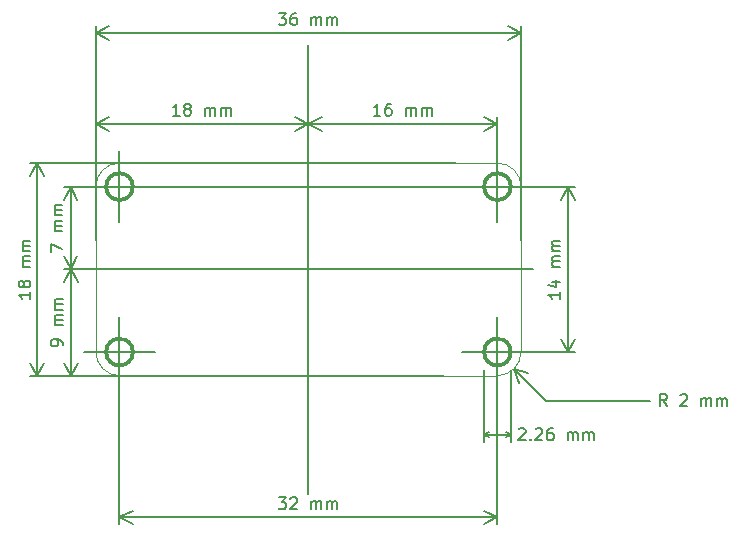
<source format=gbr>
%TF.GenerationSoftware,KiCad,Pcbnew,7.0.1*%
%TF.CreationDate,2023-03-24T10:32:53-04:00*%
%TF.ProjectId,wingbeat_detector,77696e67-6265-4617-945f-646574656374,3.0*%
%TF.SameCoordinates,Original*%
%TF.FileFunction,OtherDrawing,Comment*%
%FSLAX46Y46*%
G04 Gerber Fmt 4.6, Leading zero omitted, Abs format (unit mm)*
G04 Created by KiCad (PCBNEW 7.0.1) date 2023-03-24 10:32:53*
%MOMM*%
%LPD*%
G01*
G04 APERTURE LIST*
%ADD10C,0.100000*%
%ADD11C,0.150000*%
%ADD12C,0.300000*%
G04 APERTURE END LIST*
D10*
X168000000Y-93000000D02*
G75*
G03*
X166000000Y-91000000I-2000000J0D01*
G01*
X166000000Y-109000000D02*
G75*
G03*
X168000000Y-107000000I0J2000000D01*
G01*
X134000000Y-91000000D02*
X166000000Y-91000000D01*
X132000000Y-107000000D02*
G75*
G03*
X134000000Y-109000000I2000000J0D01*
G01*
X134000000Y-91000000D02*
G75*
G03*
X132000000Y-93000000I0J-2000000D01*
G01*
X132000000Y-93000000D02*
X132000000Y-107000000D01*
X134000000Y-109000000D02*
X166000000Y-109000000D01*
X168000000Y-107000000D02*
X168000000Y-93000000D01*
D11*
X134000000Y-96000000D02*
X134000000Y-90000000D01*
X131000000Y-93000000D02*
X137000000Y-93000000D01*
X166000000Y-110000000D02*
X166000000Y-104000000D01*
X163000000Y-107000000D02*
X169000000Y-107000000D01*
X134000000Y-110000000D02*
X134000000Y-104000000D01*
X131000000Y-107000000D02*
X137000000Y-107000000D01*
X169000000Y-100000000D02*
X131000000Y-100000000D01*
X150000000Y-119000000D02*
X150000000Y-81000000D01*
X166000000Y-96000000D02*
X166000000Y-90000000D01*
X163000000Y-93000000D02*
X169000000Y-93000000D01*
X180346386Y-111570910D02*
X180013053Y-111094719D01*
X179774958Y-111570910D02*
X179774958Y-110570910D01*
X179774958Y-110570910D02*
X180155910Y-110570910D01*
X180155910Y-110570910D02*
X180251148Y-110618529D01*
X180251148Y-110618529D02*
X180298767Y-110666148D01*
X180298767Y-110666148D02*
X180346386Y-110761386D01*
X180346386Y-110761386D02*
X180346386Y-110904243D01*
X180346386Y-110904243D02*
X180298767Y-110999481D01*
X180298767Y-110999481D02*
X180251148Y-111047100D01*
X180251148Y-111047100D02*
X180155910Y-111094719D01*
X180155910Y-111094719D02*
X179774958Y-111094719D01*
X181489244Y-110666148D02*
X181536863Y-110618529D01*
X181536863Y-110618529D02*
X181632101Y-110570910D01*
X181632101Y-110570910D02*
X181870196Y-110570910D01*
X181870196Y-110570910D02*
X181965434Y-110618529D01*
X181965434Y-110618529D02*
X182013053Y-110666148D01*
X182013053Y-110666148D02*
X182060672Y-110761386D01*
X182060672Y-110761386D02*
X182060672Y-110856624D01*
X182060672Y-110856624D02*
X182013053Y-110999481D01*
X182013053Y-110999481D02*
X181441625Y-111570910D01*
X181441625Y-111570910D02*
X182060672Y-111570910D01*
X183251149Y-111570910D02*
X183251149Y-110904243D01*
X183251149Y-110999481D02*
X183298768Y-110951862D01*
X183298768Y-110951862D02*
X183394006Y-110904243D01*
X183394006Y-110904243D02*
X183536863Y-110904243D01*
X183536863Y-110904243D02*
X183632101Y-110951862D01*
X183632101Y-110951862D02*
X183679720Y-111047100D01*
X183679720Y-111047100D02*
X183679720Y-111570910D01*
X183679720Y-111047100D02*
X183727339Y-110951862D01*
X183727339Y-110951862D02*
X183822577Y-110904243D01*
X183822577Y-110904243D02*
X183965434Y-110904243D01*
X183965434Y-110904243D02*
X184060673Y-110951862D01*
X184060673Y-110951862D02*
X184108292Y-111047100D01*
X184108292Y-111047100D02*
X184108292Y-111570910D01*
X184584482Y-111570910D02*
X184584482Y-110904243D01*
X184584482Y-110999481D02*
X184632101Y-110951862D01*
X184632101Y-110951862D02*
X184727339Y-110904243D01*
X184727339Y-110904243D02*
X184870196Y-110904243D01*
X184870196Y-110904243D02*
X184965434Y-110951862D01*
X184965434Y-110951862D02*
X185013053Y-111047100D01*
X185013053Y-111047100D02*
X185013053Y-111570910D01*
X185013053Y-111047100D02*
X185060672Y-110951862D01*
X185060672Y-110951862D02*
X185155910Y-110904243D01*
X185155910Y-110904243D02*
X185298767Y-110904243D01*
X185298767Y-110904243D02*
X185394006Y-110951862D01*
X185394006Y-110951862D02*
X185441625Y-111047100D01*
X185441625Y-111047100D02*
X185441625Y-111570910D01*
X166000000Y-105750000D02*
X166000000Y-108250000D01*
X167250000Y-107000000D02*
X164750000Y-107000000D01*
X167414214Y-108414214D02*
X170108291Y-111108291D01*
X167414214Y-108414214D02*
X168606360Y-108790096D01*
X167414214Y-108414214D02*
X167790096Y-109606360D01*
X170108291Y-111108291D02*
X178949363Y-111108291D01*
X139095238Y-86986569D02*
X138523810Y-86986569D01*
X138809524Y-86986569D02*
X138809524Y-85986569D01*
X138809524Y-85986569D02*
X138714286Y-86129426D01*
X138714286Y-86129426D02*
X138619048Y-86224664D01*
X138619048Y-86224664D02*
X138523810Y-86272283D01*
X139666667Y-86415140D02*
X139571429Y-86367521D01*
X139571429Y-86367521D02*
X139523810Y-86319902D01*
X139523810Y-86319902D02*
X139476191Y-86224664D01*
X139476191Y-86224664D02*
X139476191Y-86177045D01*
X139476191Y-86177045D02*
X139523810Y-86081807D01*
X139523810Y-86081807D02*
X139571429Y-86034188D01*
X139571429Y-86034188D02*
X139666667Y-85986569D01*
X139666667Y-85986569D02*
X139857143Y-85986569D01*
X139857143Y-85986569D02*
X139952381Y-86034188D01*
X139952381Y-86034188D02*
X140000000Y-86081807D01*
X140000000Y-86081807D02*
X140047619Y-86177045D01*
X140047619Y-86177045D02*
X140047619Y-86224664D01*
X140047619Y-86224664D02*
X140000000Y-86319902D01*
X140000000Y-86319902D02*
X139952381Y-86367521D01*
X139952381Y-86367521D02*
X139857143Y-86415140D01*
X139857143Y-86415140D02*
X139666667Y-86415140D01*
X139666667Y-86415140D02*
X139571429Y-86462759D01*
X139571429Y-86462759D02*
X139523810Y-86510378D01*
X139523810Y-86510378D02*
X139476191Y-86605616D01*
X139476191Y-86605616D02*
X139476191Y-86796092D01*
X139476191Y-86796092D02*
X139523810Y-86891330D01*
X139523810Y-86891330D02*
X139571429Y-86938950D01*
X139571429Y-86938950D02*
X139666667Y-86986569D01*
X139666667Y-86986569D02*
X139857143Y-86986569D01*
X139857143Y-86986569D02*
X139952381Y-86938950D01*
X139952381Y-86938950D02*
X140000000Y-86891330D01*
X140000000Y-86891330D02*
X140047619Y-86796092D01*
X140047619Y-86796092D02*
X140047619Y-86605616D01*
X140047619Y-86605616D02*
X140000000Y-86510378D01*
X140000000Y-86510378D02*
X139952381Y-86462759D01*
X139952381Y-86462759D02*
X139857143Y-86415140D01*
X141238096Y-86986569D02*
X141238096Y-86319902D01*
X141238096Y-86415140D02*
X141285715Y-86367521D01*
X141285715Y-86367521D02*
X141380953Y-86319902D01*
X141380953Y-86319902D02*
X141523810Y-86319902D01*
X141523810Y-86319902D02*
X141619048Y-86367521D01*
X141619048Y-86367521D02*
X141666667Y-86462759D01*
X141666667Y-86462759D02*
X141666667Y-86986569D01*
X141666667Y-86462759D02*
X141714286Y-86367521D01*
X141714286Y-86367521D02*
X141809524Y-86319902D01*
X141809524Y-86319902D02*
X141952381Y-86319902D01*
X141952381Y-86319902D02*
X142047620Y-86367521D01*
X142047620Y-86367521D02*
X142095239Y-86462759D01*
X142095239Y-86462759D02*
X142095239Y-86986569D01*
X142571429Y-86986569D02*
X142571429Y-86319902D01*
X142571429Y-86415140D02*
X142619048Y-86367521D01*
X142619048Y-86367521D02*
X142714286Y-86319902D01*
X142714286Y-86319902D02*
X142857143Y-86319902D01*
X142857143Y-86319902D02*
X142952381Y-86367521D01*
X142952381Y-86367521D02*
X143000000Y-86462759D01*
X143000000Y-86462759D02*
X143000000Y-86986569D01*
X143000000Y-86462759D02*
X143047619Y-86367521D01*
X143047619Y-86367521D02*
X143142857Y-86319902D01*
X143142857Y-86319902D02*
X143285714Y-86319902D01*
X143285714Y-86319902D02*
X143380953Y-86367521D01*
X143380953Y-86367521D02*
X143428572Y-86462759D01*
X143428572Y-86462759D02*
X143428572Y-86986569D01*
X150000000Y-99500000D02*
X150000000Y-87087530D01*
X132000000Y-87087530D02*
X132000000Y-94500000D01*
X150000000Y-87673950D02*
X132000000Y-87673950D01*
X150000000Y-87673950D02*
X132000000Y-87673950D01*
X150000000Y-87673950D02*
X148891236Y-88251136D01*
X150000000Y-87673950D02*
X148891236Y-87096764D01*
X132000000Y-87673950D02*
X133108764Y-87096764D01*
X132000000Y-87673950D02*
X133108764Y-88251136D01*
X156095238Y-86986569D02*
X155523810Y-86986569D01*
X155809524Y-86986569D02*
X155809524Y-85986569D01*
X155809524Y-85986569D02*
X155714286Y-86129426D01*
X155714286Y-86129426D02*
X155619048Y-86224664D01*
X155619048Y-86224664D02*
X155523810Y-86272283D01*
X156952381Y-85986569D02*
X156761905Y-85986569D01*
X156761905Y-85986569D02*
X156666667Y-86034188D01*
X156666667Y-86034188D02*
X156619048Y-86081807D01*
X156619048Y-86081807D02*
X156523810Y-86224664D01*
X156523810Y-86224664D02*
X156476191Y-86415140D01*
X156476191Y-86415140D02*
X156476191Y-86796092D01*
X156476191Y-86796092D02*
X156523810Y-86891330D01*
X156523810Y-86891330D02*
X156571429Y-86938950D01*
X156571429Y-86938950D02*
X156666667Y-86986569D01*
X156666667Y-86986569D02*
X156857143Y-86986569D01*
X156857143Y-86986569D02*
X156952381Y-86938950D01*
X156952381Y-86938950D02*
X157000000Y-86891330D01*
X157000000Y-86891330D02*
X157047619Y-86796092D01*
X157047619Y-86796092D02*
X157047619Y-86557997D01*
X157047619Y-86557997D02*
X157000000Y-86462759D01*
X157000000Y-86462759D02*
X156952381Y-86415140D01*
X156952381Y-86415140D02*
X156857143Y-86367521D01*
X156857143Y-86367521D02*
X156666667Y-86367521D01*
X156666667Y-86367521D02*
X156571429Y-86415140D01*
X156571429Y-86415140D02*
X156523810Y-86462759D01*
X156523810Y-86462759D02*
X156476191Y-86557997D01*
X158238096Y-86986569D02*
X158238096Y-86319902D01*
X158238096Y-86415140D02*
X158285715Y-86367521D01*
X158285715Y-86367521D02*
X158380953Y-86319902D01*
X158380953Y-86319902D02*
X158523810Y-86319902D01*
X158523810Y-86319902D02*
X158619048Y-86367521D01*
X158619048Y-86367521D02*
X158666667Y-86462759D01*
X158666667Y-86462759D02*
X158666667Y-86986569D01*
X158666667Y-86462759D02*
X158714286Y-86367521D01*
X158714286Y-86367521D02*
X158809524Y-86319902D01*
X158809524Y-86319902D02*
X158952381Y-86319902D01*
X158952381Y-86319902D02*
X159047620Y-86367521D01*
X159047620Y-86367521D02*
X159095239Y-86462759D01*
X159095239Y-86462759D02*
X159095239Y-86986569D01*
X159571429Y-86986569D02*
X159571429Y-86319902D01*
X159571429Y-86415140D02*
X159619048Y-86367521D01*
X159619048Y-86367521D02*
X159714286Y-86319902D01*
X159714286Y-86319902D02*
X159857143Y-86319902D01*
X159857143Y-86319902D02*
X159952381Y-86367521D01*
X159952381Y-86367521D02*
X160000000Y-86462759D01*
X160000000Y-86462759D02*
X160000000Y-86986569D01*
X160000000Y-86462759D02*
X160047619Y-86367521D01*
X160047619Y-86367521D02*
X160142857Y-86319902D01*
X160142857Y-86319902D02*
X160285714Y-86319902D01*
X160285714Y-86319902D02*
X160380953Y-86367521D01*
X160380953Y-86367521D02*
X160428572Y-86462759D01*
X160428572Y-86462759D02*
X160428572Y-86986569D01*
X150000000Y-99500000D02*
X150000000Y-87087530D01*
X166000000Y-87087530D02*
X166000000Y-92500000D01*
X150000000Y-87673950D02*
X166000000Y-87673950D01*
X150000000Y-87673950D02*
X166000000Y-87673950D01*
X150000000Y-87673950D02*
X151108764Y-87096764D01*
X150000000Y-87673950D02*
X151108764Y-88251136D01*
X166000000Y-87673950D02*
X164891236Y-88251136D01*
X166000000Y-87673950D02*
X164891236Y-87096764D01*
X167809524Y-113557857D02*
X167857143Y-113510238D01*
X167857143Y-113510238D02*
X167952381Y-113462619D01*
X167952381Y-113462619D02*
X168190476Y-113462619D01*
X168190476Y-113462619D02*
X168285714Y-113510238D01*
X168285714Y-113510238D02*
X168333333Y-113557857D01*
X168333333Y-113557857D02*
X168380952Y-113653095D01*
X168380952Y-113653095D02*
X168380952Y-113748333D01*
X168380952Y-113748333D02*
X168333333Y-113891190D01*
X168333333Y-113891190D02*
X167761905Y-114462619D01*
X167761905Y-114462619D02*
X168380952Y-114462619D01*
X168809524Y-114367380D02*
X168857143Y-114415000D01*
X168857143Y-114415000D02*
X168809524Y-114462619D01*
X168809524Y-114462619D02*
X168761905Y-114415000D01*
X168761905Y-114415000D02*
X168809524Y-114367380D01*
X168809524Y-114367380D02*
X168809524Y-114462619D01*
X169238095Y-113557857D02*
X169285714Y-113510238D01*
X169285714Y-113510238D02*
X169380952Y-113462619D01*
X169380952Y-113462619D02*
X169619047Y-113462619D01*
X169619047Y-113462619D02*
X169714285Y-113510238D01*
X169714285Y-113510238D02*
X169761904Y-113557857D01*
X169761904Y-113557857D02*
X169809523Y-113653095D01*
X169809523Y-113653095D02*
X169809523Y-113748333D01*
X169809523Y-113748333D02*
X169761904Y-113891190D01*
X169761904Y-113891190D02*
X169190476Y-114462619D01*
X169190476Y-114462619D02*
X169809523Y-114462619D01*
X170666666Y-113462619D02*
X170476190Y-113462619D01*
X170476190Y-113462619D02*
X170380952Y-113510238D01*
X170380952Y-113510238D02*
X170333333Y-113557857D01*
X170333333Y-113557857D02*
X170238095Y-113700714D01*
X170238095Y-113700714D02*
X170190476Y-113891190D01*
X170190476Y-113891190D02*
X170190476Y-114272142D01*
X170190476Y-114272142D02*
X170238095Y-114367380D01*
X170238095Y-114367380D02*
X170285714Y-114415000D01*
X170285714Y-114415000D02*
X170380952Y-114462619D01*
X170380952Y-114462619D02*
X170571428Y-114462619D01*
X170571428Y-114462619D02*
X170666666Y-114415000D01*
X170666666Y-114415000D02*
X170714285Y-114367380D01*
X170714285Y-114367380D02*
X170761904Y-114272142D01*
X170761904Y-114272142D02*
X170761904Y-114034047D01*
X170761904Y-114034047D02*
X170714285Y-113938809D01*
X170714285Y-113938809D02*
X170666666Y-113891190D01*
X170666666Y-113891190D02*
X170571428Y-113843571D01*
X170571428Y-113843571D02*
X170380952Y-113843571D01*
X170380952Y-113843571D02*
X170285714Y-113891190D01*
X170285714Y-113891190D02*
X170238095Y-113938809D01*
X170238095Y-113938809D02*
X170190476Y-114034047D01*
X171952381Y-114462619D02*
X171952381Y-113795952D01*
X171952381Y-113891190D02*
X172000000Y-113843571D01*
X172000000Y-113843571D02*
X172095238Y-113795952D01*
X172095238Y-113795952D02*
X172238095Y-113795952D01*
X172238095Y-113795952D02*
X172333333Y-113843571D01*
X172333333Y-113843571D02*
X172380952Y-113938809D01*
X172380952Y-113938809D02*
X172380952Y-114462619D01*
X172380952Y-113938809D02*
X172428571Y-113843571D01*
X172428571Y-113843571D02*
X172523809Y-113795952D01*
X172523809Y-113795952D02*
X172666666Y-113795952D01*
X172666666Y-113795952D02*
X172761905Y-113843571D01*
X172761905Y-113843571D02*
X172809524Y-113938809D01*
X172809524Y-113938809D02*
X172809524Y-114462619D01*
X173285714Y-114462619D02*
X173285714Y-113795952D01*
X173285714Y-113891190D02*
X173333333Y-113843571D01*
X173333333Y-113843571D02*
X173428571Y-113795952D01*
X173428571Y-113795952D02*
X173571428Y-113795952D01*
X173571428Y-113795952D02*
X173666666Y-113843571D01*
X173666666Y-113843571D02*
X173714285Y-113938809D01*
X173714285Y-113938809D02*
X173714285Y-114462619D01*
X173714285Y-113938809D02*
X173761904Y-113843571D01*
X173761904Y-113843571D02*
X173857142Y-113795952D01*
X173857142Y-113795952D02*
X173999999Y-113795952D01*
X173999999Y-113795952D02*
X174095238Y-113843571D01*
X174095238Y-113843571D02*
X174142857Y-113938809D01*
X174142857Y-113938809D02*
X174142857Y-114462619D01*
X167130000Y-108500000D02*
X167130000Y-114586420D01*
X164870000Y-114586420D02*
X164870000Y-108500000D01*
X167031548Y-114000000D02*
X164870000Y-114000000D01*
X167130000Y-114000000D02*
X166686495Y-114230874D01*
X167130000Y-114000000D02*
X166686495Y-113769126D01*
X164870000Y-114000000D02*
X165313505Y-113769126D01*
X164870000Y-114000000D02*
X165313505Y-114230874D01*
X147476191Y-78312619D02*
X148095238Y-78312619D01*
X148095238Y-78312619D02*
X147761905Y-78693571D01*
X147761905Y-78693571D02*
X147904762Y-78693571D01*
X147904762Y-78693571D02*
X148000000Y-78741190D01*
X148000000Y-78741190D02*
X148047619Y-78788809D01*
X148047619Y-78788809D02*
X148095238Y-78884047D01*
X148095238Y-78884047D02*
X148095238Y-79122142D01*
X148095238Y-79122142D02*
X148047619Y-79217380D01*
X148047619Y-79217380D02*
X148000000Y-79265000D01*
X148000000Y-79265000D02*
X147904762Y-79312619D01*
X147904762Y-79312619D02*
X147619048Y-79312619D01*
X147619048Y-79312619D02*
X147523810Y-79265000D01*
X147523810Y-79265000D02*
X147476191Y-79217380D01*
X148952381Y-78312619D02*
X148761905Y-78312619D01*
X148761905Y-78312619D02*
X148666667Y-78360238D01*
X148666667Y-78360238D02*
X148619048Y-78407857D01*
X148619048Y-78407857D02*
X148523810Y-78550714D01*
X148523810Y-78550714D02*
X148476191Y-78741190D01*
X148476191Y-78741190D02*
X148476191Y-79122142D01*
X148476191Y-79122142D02*
X148523810Y-79217380D01*
X148523810Y-79217380D02*
X148571429Y-79265000D01*
X148571429Y-79265000D02*
X148666667Y-79312619D01*
X148666667Y-79312619D02*
X148857143Y-79312619D01*
X148857143Y-79312619D02*
X148952381Y-79265000D01*
X148952381Y-79265000D02*
X149000000Y-79217380D01*
X149000000Y-79217380D02*
X149047619Y-79122142D01*
X149047619Y-79122142D02*
X149047619Y-78884047D01*
X149047619Y-78884047D02*
X149000000Y-78788809D01*
X149000000Y-78788809D02*
X148952381Y-78741190D01*
X148952381Y-78741190D02*
X148857143Y-78693571D01*
X148857143Y-78693571D02*
X148666667Y-78693571D01*
X148666667Y-78693571D02*
X148571429Y-78741190D01*
X148571429Y-78741190D02*
X148523810Y-78788809D01*
X148523810Y-78788809D02*
X148476191Y-78884047D01*
X150238096Y-79312619D02*
X150238096Y-78645952D01*
X150238096Y-78741190D02*
X150285715Y-78693571D01*
X150285715Y-78693571D02*
X150380953Y-78645952D01*
X150380953Y-78645952D02*
X150523810Y-78645952D01*
X150523810Y-78645952D02*
X150619048Y-78693571D01*
X150619048Y-78693571D02*
X150666667Y-78788809D01*
X150666667Y-78788809D02*
X150666667Y-79312619D01*
X150666667Y-78788809D02*
X150714286Y-78693571D01*
X150714286Y-78693571D02*
X150809524Y-78645952D01*
X150809524Y-78645952D02*
X150952381Y-78645952D01*
X150952381Y-78645952D02*
X151047620Y-78693571D01*
X151047620Y-78693571D02*
X151095239Y-78788809D01*
X151095239Y-78788809D02*
X151095239Y-79312619D01*
X151571429Y-79312619D02*
X151571429Y-78645952D01*
X151571429Y-78741190D02*
X151619048Y-78693571D01*
X151619048Y-78693571D02*
X151714286Y-78645952D01*
X151714286Y-78645952D02*
X151857143Y-78645952D01*
X151857143Y-78645952D02*
X151952381Y-78693571D01*
X151952381Y-78693571D02*
X152000000Y-78788809D01*
X152000000Y-78788809D02*
X152000000Y-79312619D01*
X152000000Y-78788809D02*
X152047619Y-78693571D01*
X152047619Y-78693571D02*
X152142857Y-78645952D01*
X152142857Y-78645952D02*
X152285714Y-78645952D01*
X152285714Y-78645952D02*
X152380953Y-78693571D01*
X152380953Y-78693571D02*
X152428572Y-78788809D01*
X152428572Y-78788809D02*
X152428572Y-79312619D01*
X168000000Y-97500000D02*
X168000000Y-79413580D01*
X132000000Y-79413580D02*
X132000000Y-97500000D01*
X168000000Y-80000000D02*
X132000000Y-80000000D01*
X168000000Y-80000000D02*
X132000000Y-80000000D01*
X168000000Y-80000000D02*
X166891236Y-80577186D01*
X168000000Y-80000000D02*
X166891236Y-79422814D01*
X132000000Y-80000000D02*
X133108764Y-79422814D01*
X132000000Y-80000000D02*
X133108764Y-80577186D01*
X147476191Y-119312619D02*
X148095238Y-119312619D01*
X148095238Y-119312619D02*
X147761905Y-119693571D01*
X147761905Y-119693571D02*
X147904762Y-119693571D01*
X147904762Y-119693571D02*
X148000000Y-119741190D01*
X148000000Y-119741190D02*
X148047619Y-119788809D01*
X148047619Y-119788809D02*
X148095238Y-119884047D01*
X148095238Y-119884047D02*
X148095238Y-120122142D01*
X148095238Y-120122142D02*
X148047619Y-120217380D01*
X148047619Y-120217380D02*
X148000000Y-120265000D01*
X148000000Y-120265000D02*
X147904762Y-120312619D01*
X147904762Y-120312619D02*
X147619048Y-120312619D01*
X147619048Y-120312619D02*
X147523810Y-120265000D01*
X147523810Y-120265000D02*
X147476191Y-120217380D01*
X148476191Y-119407857D02*
X148523810Y-119360238D01*
X148523810Y-119360238D02*
X148619048Y-119312619D01*
X148619048Y-119312619D02*
X148857143Y-119312619D01*
X148857143Y-119312619D02*
X148952381Y-119360238D01*
X148952381Y-119360238D02*
X149000000Y-119407857D01*
X149000000Y-119407857D02*
X149047619Y-119503095D01*
X149047619Y-119503095D02*
X149047619Y-119598333D01*
X149047619Y-119598333D02*
X149000000Y-119741190D01*
X149000000Y-119741190D02*
X148428572Y-120312619D01*
X148428572Y-120312619D02*
X149047619Y-120312619D01*
X150238096Y-120312619D02*
X150238096Y-119645952D01*
X150238096Y-119741190D02*
X150285715Y-119693571D01*
X150285715Y-119693571D02*
X150380953Y-119645952D01*
X150380953Y-119645952D02*
X150523810Y-119645952D01*
X150523810Y-119645952D02*
X150619048Y-119693571D01*
X150619048Y-119693571D02*
X150666667Y-119788809D01*
X150666667Y-119788809D02*
X150666667Y-120312619D01*
X150666667Y-119788809D02*
X150714286Y-119693571D01*
X150714286Y-119693571D02*
X150809524Y-119645952D01*
X150809524Y-119645952D02*
X150952381Y-119645952D01*
X150952381Y-119645952D02*
X151047620Y-119693571D01*
X151047620Y-119693571D02*
X151095239Y-119788809D01*
X151095239Y-119788809D02*
X151095239Y-120312619D01*
X151571429Y-120312619D02*
X151571429Y-119645952D01*
X151571429Y-119741190D02*
X151619048Y-119693571D01*
X151619048Y-119693571D02*
X151714286Y-119645952D01*
X151714286Y-119645952D02*
X151857143Y-119645952D01*
X151857143Y-119645952D02*
X151952381Y-119693571D01*
X151952381Y-119693571D02*
X152000000Y-119788809D01*
X152000000Y-119788809D02*
X152000000Y-120312619D01*
X152000000Y-119788809D02*
X152047619Y-119693571D01*
X152047619Y-119693571D02*
X152142857Y-119645952D01*
X152142857Y-119645952D02*
X152285714Y-119645952D01*
X152285714Y-119645952D02*
X152380953Y-119693571D01*
X152380953Y-119693571D02*
X152428572Y-119788809D01*
X152428572Y-119788809D02*
X152428572Y-120312619D01*
X166000000Y-107500000D02*
X166000000Y-121586420D01*
X134000000Y-121586420D02*
X134000000Y-107500000D01*
X166000000Y-121000000D02*
X134000000Y-121000000D01*
X166000000Y-121000000D02*
X134000000Y-121000000D01*
X166000000Y-121000000D02*
X164891236Y-121577186D01*
X166000000Y-121000000D02*
X164891236Y-120422814D01*
X134000000Y-121000000D02*
X135108764Y-120422814D01*
X134000000Y-121000000D02*
X135108764Y-121577186D01*
X126462619Y-101904761D02*
X126462619Y-102476189D01*
X126462619Y-102190475D02*
X125462619Y-102190475D01*
X125462619Y-102190475D02*
X125605476Y-102285713D01*
X125605476Y-102285713D02*
X125700714Y-102380951D01*
X125700714Y-102380951D02*
X125748333Y-102476189D01*
X125891190Y-101333332D02*
X125843571Y-101428570D01*
X125843571Y-101428570D02*
X125795952Y-101476189D01*
X125795952Y-101476189D02*
X125700714Y-101523808D01*
X125700714Y-101523808D02*
X125653095Y-101523808D01*
X125653095Y-101523808D02*
X125557857Y-101476189D01*
X125557857Y-101476189D02*
X125510238Y-101428570D01*
X125510238Y-101428570D02*
X125462619Y-101333332D01*
X125462619Y-101333332D02*
X125462619Y-101142856D01*
X125462619Y-101142856D02*
X125510238Y-101047618D01*
X125510238Y-101047618D02*
X125557857Y-100999999D01*
X125557857Y-100999999D02*
X125653095Y-100952380D01*
X125653095Y-100952380D02*
X125700714Y-100952380D01*
X125700714Y-100952380D02*
X125795952Y-100999999D01*
X125795952Y-100999999D02*
X125843571Y-101047618D01*
X125843571Y-101047618D02*
X125891190Y-101142856D01*
X125891190Y-101142856D02*
X125891190Y-101333332D01*
X125891190Y-101333332D02*
X125938809Y-101428570D01*
X125938809Y-101428570D02*
X125986428Y-101476189D01*
X125986428Y-101476189D02*
X126081666Y-101523808D01*
X126081666Y-101523808D02*
X126272142Y-101523808D01*
X126272142Y-101523808D02*
X126367380Y-101476189D01*
X126367380Y-101476189D02*
X126415000Y-101428570D01*
X126415000Y-101428570D02*
X126462619Y-101333332D01*
X126462619Y-101333332D02*
X126462619Y-101142856D01*
X126462619Y-101142856D02*
X126415000Y-101047618D01*
X126415000Y-101047618D02*
X126367380Y-100999999D01*
X126367380Y-100999999D02*
X126272142Y-100952380D01*
X126272142Y-100952380D02*
X126081666Y-100952380D01*
X126081666Y-100952380D02*
X125986428Y-100999999D01*
X125986428Y-100999999D02*
X125938809Y-101047618D01*
X125938809Y-101047618D02*
X125891190Y-101142856D01*
X126462619Y-99761903D02*
X125795952Y-99761903D01*
X125891190Y-99761903D02*
X125843571Y-99714284D01*
X125843571Y-99714284D02*
X125795952Y-99619046D01*
X125795952Y-99619046D02*
X125795952Y-99476189D01*
X125795952Y-99476189D02*
X125843571Y-99380951D01*
X125843571Y-99380951D02*
X125938809Y-99333332D01*
X125938809Y-99333332D02*
X126462619Y-99333332D01*
X125938809Y-99333332D02*
X125843571Y-99285713D01*
X125843571Y-99285713D02*
X125795952Y-99190475D01*
X125795952Y-99190475D02*
X125795952Y-99047618D01*
X125795952Y-99047618D02*
X125843571Y-98952379D01*
X125843571Y-98952379D02*
X125938809Y-98904760D01*
X125938809Y-98904760D02*
X126462619Y-98904760D01*
X126462619Y-98428570D02*
X125795952Y-98428570D01*
X125891190Y-98428570D02*
X125843571Y-98380951D01*
X125843571Y-98380951D02*
X125795952Y-98285713D01*
X125795952Y-98285713D02*
X125795952Y-98142856D01*
X125795952Y-98142856D02*
X125843571Y-98047618D01*
X125843571Y-98047618D02*
X125938809Y-97999999D01*
X125938809Y-97999999D02*
X126462619Y-97999999D01*
X125938809Y-97999999D02*
X125843571Y-97952380D01*
X125843571Y-97952380D02*
X125795952Y-97857142D01*
X125795952Y-97857142D02*
X125795952Y-97714285D01*
X125795952Y-97714285D02*
X125843571Y-97619046D01*
X125843571Y-97619046D02*
X125938809Y-97571427D01*
X125938809Y-97571427D02*
X126462619Y-97571427D01*
X162505063Y-91000000D02*
X126413580Y-91000000D01*
X126413580Y-109000000D02*
X161505063Y-109000000D01*
X127000000Y-91000000D02*
X127000000Y-109000000D01*
X127000000Y-91000000D02*
X127000000Y-109000000D01*
X127000000Y-91000000D02*
X127577186Y-92108764D01*
X127000000Y-91000000D02*
X126422814Y-92108764D01*
X127000000Y-109000000D02*
X126422814Y-107891236D01*
X127000000Y-109000000D02*
X127577186Y-107891236D01*
X128174562Y-98547618D02*
X128174562Y-97880952D01*
X128174562Y-97880952D02*
X129174562Y-98309523D01*
X129174562Y-96738094D02*
X128507895Y-96738094D01*
X128603133Y-96738094D02*
X128555514Y-96690475D01*
X128555514Y-96690475D02*
X128507895Y-96595237D01*
X128507895Y-96595237D02*
X128507895Y-96452380D01*
X128507895Y-96452380D02*
X128555514Y-96357142D01*
X128555514Y-96357142D02*
X128650752Y-96309523D01*
X128650752Y-96309523D02*
X129174562Y-96309523D01*
X128650752Y-96309523D02*
X128555514Y-96261904D01*
X128555514Y-96261904D02*
X128507895Y-96166666D01*
X128507895Y-96166666D02*
X128507895Y-96023809D01*
X128507895Y-96023809D02*
X128555514Y-95928570D01*
X128555514Y-95928570D02*
X128650752Y-95880951D01*
X128650752Y-95880951D02*
X129174562Y-95880951D01*
X129174562Y-95404761D02*
X128507895Y-95404761D01*
X128603133Y-95404761D02*
X128555514Y-95357142D01*
X128555514Y-95357142D02*
X128507895Y-95261904D01*
X128507895Y-95261904D02*
X128507895Y-95119047D01*
X128507895Y-95119047D02*
X128555514Y-95023809D01*
X128555514Y-95023809D02*
X128650752Y-94976190D01*
X128650752Y-94976190D02*
X129174562Y-94976190D01*
X128650752Y-94976190D02*
X128555514Y-94928571D01*
X128555514Y-94928571D02*
X128507895Y-94833333D01*
X128507895Y-94833333D02*
X128507895Y-94690476D01*
X128507895Y-94690476D02*
X128555514Y-94595237D01*
X128555514Y-94595237D02*
X128650752Y-94547618D01*
X128650752Y-94547618D02*
X129174562Y-94547618D01*
X149500000Y-100000000D02*
X129275523Y-100000000D01*
X129275523Y-93000000D02*
X165500000Y-93000000D01*
X129861943Y-100000000D02*
X129861943Y-93000000D01*
X129861943Y-100000000D02*
X129861943Y-93000000D01*
X129861943Y-100000000D02*
X129284757Y-98891236D01*
X129861943Y-100000000D02*
X130439129Y-98891236D01*
X129861943Y-93000000D02*
X130439129Y-94108764D01*
X129861943Y-93000000D02*
X129284757Y-94108764D01*
X129184936Y-106404761D02*
X129184936Y-106214285D01*
X129184936Y-106214285D02*
X129137317Y-106119047D01*
X129137317Y-106119047D02*
X129089697Y-106071428D01*
X129089697Y-106071428D02*
X128946840Y-105976190D01*
X128946840Y-105976190D02*
X128756364Y-105928571D01*
X128756364Y-105928571D02*
X128375412Y-105928571D01*
X128375412Y-105928571D02*
X128280174Y-105976190D01*
X128280174Y-105976190D02*
X128232555Y-106023809D01*
X128232555Y-106023809D02*
X128184936Y-106119047D01*
X128184936Y-106119047D02*
X128184936Y-106309523D01*
X128184936Y-106309523D02*
X128232555Y-106404761D01*
X128232555Y-106404761D02*
X128280174Y-106452380D01*
X128280174Y-106452380D02*
X128375412Y-106499999D01*
X128375412Y-106499999D02*
X128613507Y-106499999D01*
X128613507Y-106499999D02*
X128708745Y-106452380D01*
X128708745Y-106452380D02*
X128756364Y-106404761D01*
X128756364Y-106404761D02*
X128803983Y-106309523D01*
X128803983Y-106309523D02*
X128803983Y-106119047D01*
X128803983Y-106119047D02*
X128756364Y-106023809D01*
X128756364Y-106023809D02*
X128708745Y-105976190D01*
X128708745Y-105976190D02*
X128613507Y-105928571D01*
X129184936Y-104738094D02*
X128518269Y-104738094D01*
X128613507Y-104738094D02*
X128565888Y-104690475D01*
X128565888Y-104690475D02*
X128518269Y-104595237D01*
X128518269Y-104595237D02*
X128518269Y-104452380D01*
X128518269Y-104452380D02*
X128565888Y-104357142D01*
X128565888Y-104357142D02*
X128661126Y-104309523D01*
X128661126Y-104309523D02*
X129184936Y-104309523D01*
X128661126Y-104309523D02*
X128565888Y-104261904D01*
X128565888Y-104261904D02*
X128518269Y-104166666D01*
X128518269Y-104166666D02*
X128518269Y-104023809D01*
X128518269Y-104023809D02*
X128565888Y-103928570D01*
X128565888Y-103928570D02*
X128661126Y-103880951D01*
X128661126Y-103880951D02*
X129184936Y-103880951D01*
X129184936Y-103404761D02*
X128518269Y-103404761D01*
X128613507Y-103404761D02*
X128565888Y-103357142D01*
X128565888Y-103357142D02*
X128518269Y-103261904D01*
X128518269Y-103261904D02*
X128518269Y-103119047D01*
X128518269Y-103119047D02*
X128565888Y-103023809D01*
X128565888Y-103023809D02*
X128661126Y-102976190D01*
X128661126Y-102976190D02*
X129184936Y-102976190D01*
X128661126Y-102976190D02*
X128565888Y-102928571D01*
X128565888Y-102928571D02*
X128518269Y-102833333D01*
X128518269Y-102833333D02*
X128518269Y-102690476D01*
X128518269Y-102690476D02*
X128565888Y-102595237D01*
X128565888Y-102595237D02*
X128661126Y-102547618D01*
X128661126Y-102547618D02*
X129184936Y-102547618D01*
X149500000Y-100000000D02*
X129285897Y-100000000D01*
X129285897Y-109000000D02*
X147500000Y-109000000D01*
X129872317Y-100000000D02*
X129872317Y-109000000D01*
X129872317Y-100000000D02*
X129872317Y-109000000D01*
X129872317Y-100000000D02*
X130449503Y-101108764D01*
X129872317Y-100000000D02*
X129295131Y-101108764D01*
X129872317Y-109000000D02*
X129295131Y-107891236D01*
X129872317Y-109000000D02*
X130449503Y-107891236D01*
X171312619Y-101904761D02*
X171312619Y-102476189D01*
X171312619Y-102190475D02*
X170312619Y-102190475D01*
X170312619Y-102190475D02*
X170455476Y-102285713D01*
X170455476Y-102285713D02*
X170550714Y-102380951D01*
X170550714Y-102380951D02*
X170598333Y-102476189D01*
X170645952Y-101047618D02*
X171312619Y-101047618D01*
X170265000Y-101285713D02*
X170979285Y-101523808D01*
X170979285Y-101523808D02*
X170979285Y-100904761D01*
X171312619Y-99761903D02*
X170645952Y-99761903D01*
X170741190Y-99761903D02*
X170693571Y-99714284D01*
X170693571Y-99714284D02*
X170645952Y-99619046D01*
X170645952Y-99619046D02*
X170645952Y-99476189D01*
X170645952Y-99476189D02*
X170693571Y-99380951D01*
X170693571Y-99380951D02*
X170788809Y-99333332D01*
X170788809Y-99333332D02*
X171312619Y-99333332D01*
X170788809Y-99333332D02*
X170693571Y-99285713D01*
X170693571Y-99285713D02*
X170645952Y-99190475D01*
X170645952Y-99190475D02*
X170645952Y-99047618D01*
X170645952Y-99047618D02*
X170693571Y-98952379D01*
X170693571Y-98952379D02*
X170788809Y-98904760D01*
X170788809Y-98904760D02*
X171312619Y-98904760D01*
X171312619Y-98428570D02*
X170645952Y-98428570D01*
X170741190Y-98428570D02*
X170693571Y-98380951D01*
X170693571Y-98380951D02*
X170645952Y-98285713D01*
X170645952Y-98285713D02*
X170645952Y-98142856D01*
X170645952Y-98142856D02*
X170693571Y-98047618D01*
X170693571Y-98047618D02*
X170788809Y-97999999D01*
X170788809Y-97999999D02*
X171312619Y-97999999D01*
X170788809Y-97999999D02*
X170693571Y-97952380D01*
X170693571Y-97952380D02*
X170645952Y-97857142D01*
X170645952Y-97857142D02*
X170645952Y-97714285D01*
X170645952Y-97714285D02*
X170693571Y-97619046D01*
X170693571Y-97619046D02*
X170788809Y-97571427D01*
X170788809Y-97571427D02*
X171312619Y-97571427D01*
X166500000Y-107000000D02*
X172586420Y-107000000D01*
X172586420Y-93000000D02*
X166500000Y-93000000D01*
X172000000Y-107000000D02*
X172000000Y-93000000D01*
X172000000Y-107000000D02*
X172000000Y-93000000D01*
X172000000Y-107000000D02*
X171422814Y-105891236D01*
X172000000Y-107000000D02*
X172577186Y-105891236D01*
X172000000Y-93000000D02*
X172577186Y-94108764D01*
X172000000Y-93000000D02*
X171422814Y-94108764D01*
D12*
%TO.C,H2*%
X167130000Y-93000000D02*
G75*
G03*
X167130000Y-93000000I-1130000J0D01*
G01*
%TO.C,H4*%
X135130000Y-107000000D02*
G75*
G03*
X135130000Y-107000000I-1130000J0D01*
G01*
%TO.C,H3*%
X167130000Y-107000000D02*
G75*
G03*
X167130000Y-107000000I-1130000J0D01*
G01*
%TO.C,H1*%
X135130000Y-93000000D02*
G75*
G03*
X135130000Y-93000000I-1130000J0D01*
G01*
%TD*%
M02*

</source>
